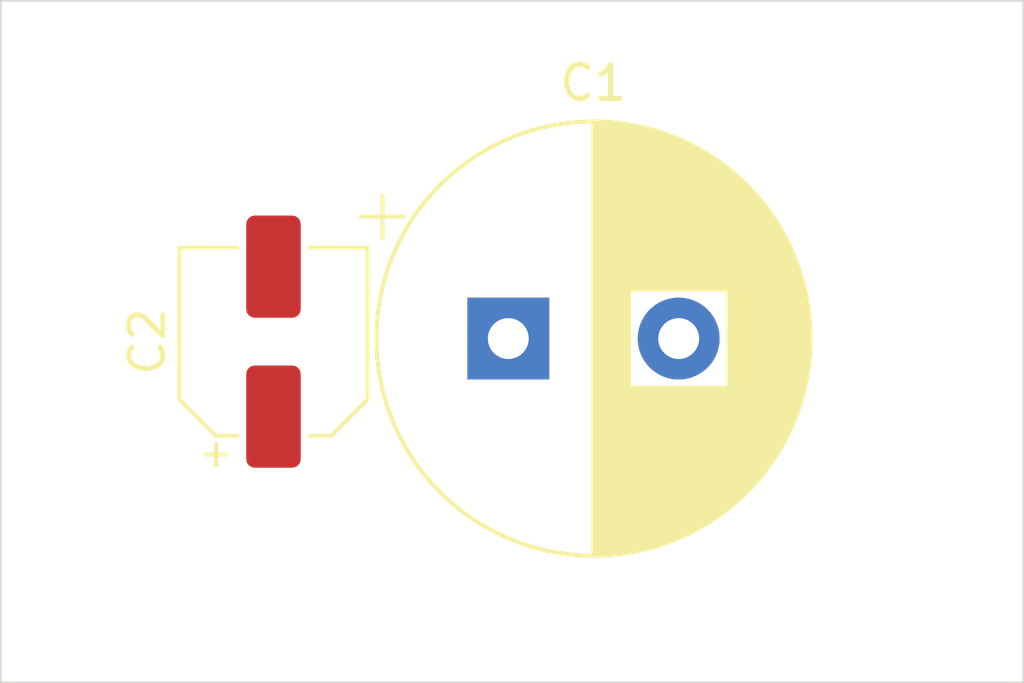
<source format=kicad_pcb>
(kicad_pcb (version 20221018) (generator pcbnew)
  (layers (0 "F.Cu" signal) (31 "B.Cu" signal) (34 "B.Paste" user) (35 "F.Paste" user) (36 "B.SilkS" user "B.Silkscreen") (37 "F.SilkS" user "F.Silkscreen") (38 "B.Mask" user) (39 "F.Mask" user) (44 "Edge.Cuts" user))
  (net 0 "")
  (footprint "Capacitor_SMD:CP_Elec_5x5.7" (layer "F.Cu") (at 108 80 90)
    (fp_text reference "C2" (at 0 -3.7 90) (layer "F.SilkS"))
    (fp_text value "CP_Elec_5x5.7")
    (fp_line (start -3.625 -1.685) (end -3 -1.685) (stroke (width 0.12)) (layer "F.SilkS"))
    (fp_line (start -3.3125 -1.9975) (end -3.3125 -1.3725) (stroke (width 0.12)) (layer "F.SilkS"))
    (fp_line (start -2.76 -1.695563) (end -2.76 -1.06) (stroke (width 0.12)) (layer "F.SilkS"))
    (fp_line (start -2.76 -1.695563) (end -1.695563 -2.76) (stroke (width 0.12)) (layer "F.SilkS"))
    (fp_line (start -2.76 1.695563) (end -2.76 1.06) (stroke (width 0.12)) (layer "F.SilkS"))
    (fp_line (start -2.76 1.695563) (end -1.695563 2.76) (stroke (width 0.12)) (layer "F.SilkS"))
    (fp_line (start -1.695563 -2.76) (end 2.76 -2.76) (stroke (width 0.12)) (layer "F.SilkS"))
    (fp_line (start -1.695563 2.76) (end 2.76 2.76) (stroke (width 0.12)) (layer "F.SilkS"))
    (fp_line (start 2.76 -2.76) (end 2.76 -1.06) (stroke (width 0.12)) (layer "F.SilkS"))
    (fp_line (start 2.76 2.76) (end 2.76 1.06) (stroke (width 0.12)) (layer "F.SilkS"))
    (pad "1" smd roundrect (at -2.2 0 90) (size 3 1.6) (layers "F.Cu" "F.Paste" "F.Mask") (roundrect_rratio 0.15625))
    (pad "2" smd roundrect (at 2.2 0 90) (size 3 1.6) (layers "F.Cu" "F.Paste" "F.Mask") (roundrect_rratio 0.15625))
  )
  (footprint "Capacitor_THT:CP_Radial_D12.5mm_P5.00mm" (layer "F.Cu") (at 114.89 79.91)
    (fp_text reference "C1" (at 2.5 -7.5) (layer "F.SilkS"))
    (fp_text value "CP_Radial_D12.5mm_P5.00mm")
    (fp_line (start -4.317082 -3.575) (end -3.067082 -3.575) (stroke (width 0.12)) (layer "F.SilkS"))
    (fp_line (start -3.692082 -4.2) (end -3.692082 -2.95) (stroke (width 0.12)) (layer "F.SilkS"))
    (fp_line (start 2.5 -6.33) (end 2.5 6.33) (stroke (width 0.12)) (layer "F.SilkS"))
    (fp_line (start 2.54 -6.33) (end 2.54 6.33) (stroke (width 0.12)) (layer "F.SilkS"))
    (fp_line (start 2.58 -6.33) (end 2.58 6.33) (stroke (width 0.12)) (layer "F.SilkS"))
    (fp_line (start 2.62 -6.329) (end 2.62 6.329) (stroke (width 0.12)) (layer "F.SilkS"))
    (fp_line (start 2.66 -6.328) (end 2.66 6.328) (stroke (width 0.12)) (layer "F.SilkS"))
    (fp_line (start 2.7 -6.327) (end 2.7 6.327) (stroke (width 0.12)) (layer "F.SilkS"))
    (fp_line (start 2.74 -6.326) (end 2.74 6.326) (stroke (width 0.12)) (layer "F.SilkS"))
    (fp_line (start 2.78 -6.324) (end 2.78 6.324) (stroke (width 0.12)) (layer "F.SilkS"))
    (fp_line (start 2.82 -6.322) (end 2.82 6.322) (stroke (width 0.12)) (layer "F.SilkS"))
    (fp_line (start 2.86 -6.32) (end 2.86 6.32) (stroke (width 0.12)) (layer "F.SilkS"))
    (fp_line (start 2.9 -6.318) (end 2.9 6.318) (stroke (width 0.12)) (layer "F.SilkS"))
    (fp_line (start 2.94 -6.315) (end 2.94 6.315) (stroke (width 0.12)) (layer "F.SilkS"))
    (fp_line (start 2.98 -6.312) (end 2.98 6.312) (stroke (width 0.12)) (layer "F.SilkS"))
    (fp_line (start 3.02 -6.309) (end 3.02 6.309) (stroke (width 0.12)) (layer "F.SilkS"))
    (fp_line (start 3.06 -6.306) (end 3.06 6.306) (stroke (width 0.12)) (layer "F.SilkS"))
    (fp_line (start 3.1 -6.302) (end 3.1 6.302) (stroke (width 0.12)) (layer "F.SilkS"))
    (fp_line (start 3.14 -6.298) (end 3.14 6.298) (stroke (width 0.12)) (layer "F.SilkS"))
    (fp_line (start 3.18 -6.294) (end 3.18 6.294) (stroke (width 0.12)) (layer "F.SilkS"))
    (fp_line (start 3.221 -6.29) (end 3.221 6.29) (stroke (width 0.12)) (layer "F.SilkS"))
    (fp_line (start 3.261 -6.285) (end 3.261 6.285) (stroke (width 0.12)) (layer "F.SilkS"))
    (fp_line (start 3.301 -6.28) (end 3.301 6.28) (stroke (width 0.12)) (layer "F.SilkS"))
    (fp_line (start 3.341 -6.275) (end 3.341 6.275) (stroke (width 0.12)) (layer "F.SilkS"))
    (fp_line (start 3.381 -6.269) (end 3.381 6.269) (stroke (width 0.12)) (layer "F.SilkS"))
    (fp_line (start 3.421 -6.264) (end 3.421 6.264) (stroke (width 0.12)) (layer "F.SilkS"))
    (fp_line (start 3.461 -6.258) (end 3.461 6.258) (stroke (width 0.12)) (layer "F.SilkS"))
    (fp_line (start 3.501 -6.252) (end 3.501 6.252) (stroke (width 0.12)) (layer "F.SilkS"))
    (fp_line (start 3.541 -6.245) (end 3.541 6.245) (stroke (width 0.12)) (layer "F.SilkS"))
    (fp_line (start 3.581 -6.238) (end 3.581 -1.44) (stroke (width 0.12)) (layer "F.SilkS"))
    (fp_line (start 3.581 1.44) (end 3.581 6.238) (stroke (width 0.12)) (layer "F.SilkS"))
    (fp_line (start 3.621 -6.231) (end 3.621 -1.44) (stroke (width 0.12)) (layer "F.SilkS"))
    (fp_line (start 3.621 1.44) (end 3.621 6.231) (stroke (width 0.12)) (layer "F.SilkS"))
    (fp_line (start 3.661 -6.224) (end 3.661 -1.44) (stroke (width 0.12)) (layer "F.SilkS"))
    (fp_line (start 3.661 1.44) (end 3.661 6.224) (stroke (width 0.12)) (layer "F.SilkS"))
    (fp_line (start 3.701 -6.216) (end 3.701 -1.44) (stroke (width 0.12)) (layer "F.SilkS"))
    (fp_line (start 3.701 1.44) (end 3.701 6.216) (stroke (width 0.12)) (layer "F.SilkS"))
    (fp_line (start 3.741 -6.209) (end 3.741 -1.44) (stroke (width 0.12)) (layer "F.SilkS"))
    (fp_line (start 3.741 1.44) (end 3.741 6.209) (stroke (width 0.12)) (layer "F.SilkS"))
    (fp_line (start 3.781 -6.201) (end 3.781 -1.44) (stroke (width 0.12)) (layer "F.SilkS"))
    (fp_line (start 3.781 1.44) (end 3.781 6.201) (stroke (width 0.12)) (layer "F.SilkS"))
    (fp_line (start 3.821 -6.192) (end 3.821 -1.44) (stroke (width 0.12)) (layer "F.SilkS"))
    (fp_line (start 3.821 1.44) (end 3.821 6.192) (stroke (width 0.12)) (layer "F.SilkS"))
    (fp_line (start 3.861 -6.184) (end 3.861 -1.44) (stroke (width 0.12)) (layer "F.SilkS"))
    (fp_line (start 3.861 1.44) (end 3.861 6.184) (stroke (width 0.12)) (layer "F.SilkS"))
    (fp_line (start 3.901 -6.175) (end 3.901 -1.44) (stroke (width 0.12)) (layer "F.SilkS"))
    (fp_line (start 3.901 1.44) (end 3.901 6.175) (stroke (width 0.12)) (layer "F.SilkS"))
    (fp_line (start 3.941 -6.166) (end 3.941 -1.44) (stroke (width 0.12)) (layer "F.SilkS"))
    (fp_line (start 3.941 1.44) (end 3.941 6.166) (stroke (width 0.12)) (layer "F.SilkS"))
    (fp_line (start 3.981 -6.156) (end 3.981 -1.44) (stroke (width 0.12)) (layer "F.SilkS"))
    (fp_line (start 3.981 1.44) (end 3.981 6.156) (stroke (width 0.12)) (layer "F.SilkS"))
    (fp_line (start 4.021 -6.146) (end 4.021 -1.44) (stroke (width 0.12)) (layer "F.SilkS"))
    (fp_line (start 4.021 1.44) (end 4.021 6.146) (stroke (width 0.12)) (layer "F.SilkS"))
    (fp_line (start 4.061 -6.137) (end 4.061 -1.44) (stroke (width 0.12)) (layer "F.SilkS"))
    (fp_line (start 4.061 1.44) (end 4.061 6.137) (stroke (width 0.12)) (layer "F.SilkS"))
    (fp_line (start 4.101 -6.126) (end 4.101 -1.44) (stroke (width 0.12)) (layer "F.SilkS"))
    (fp_line (start 4.101 1.44) (end 4.101 6.126) (stroke (width 0.12)) (layer "F.SilkS"))
    (fp_line (start 4.141 -6.116) (end 4.141 -1.44) (stroke (width 0.12)) (layer "F.SilkS"))
    (fp_line (start 4.141 1.44) (end 4.141 6.116) (stroke (width 0.12)) (layer "F.SilkS"))
    (fp_line (start 4.181 -6.105) (end 4.181 -1.44) (stroke (width 0.12)) (layer "F.SilkS"))
    (fp_line (start 4.181 1.44) (end 4.181 6.105) (stroke (width 0.12)) (layer "F.SilkS"))
    (fp_line (start 4.221 -6.094) (end 4.221 -1.44) (stroke (width 0.12)) (layer "F.SilkS"))
    (fp_line (start 4.221 1.44) (end 4.221 6.094) (stroke (width 0.12)) (layer "F.SilkS"))
    (fp_line (start 4.261 -6.083) (end 4.261 -1.44) (stroke (width 0.12)) (layer "F.SilkS"))
    (fp_line (start 4.261 1.44) (end 4.261 6.083) (stroke (width 0.12)) (layer "F.SilkS"))
    (fp_line (start 4.301 -6.071) (end 4.301 -1.44) (stroke (width 0.12)) (layer "F.SilkS"))
    (fp_line (start 4.301 1.44) (end 4.301 6.071) (stroke (width 0.12)) (layer "F.SilkS"))
    (fp_line (start 4.341 -6.059) (end 4.341 -1.44) (stroke (width 0.12)) (layer "F.SilkS"))
    (fp_line (start 4.341 1.44) (end 4.341 6.059) (stroke (width 0.12)) (layer "F.SilkS"))
    (fp_line (start 4.381 -6.047) (end 4.381 -1.44) (stroke (width 0.12)) (layer "F.SilkS"))
    (fp_line (start 4.381 1.44) (end 4.381 6.047) (stroke (width 0.12)) (layer "F.SilkS"))
    (fp_line (start 4.421 -6.034) (end 4.421 -1.44) (stroke (width 0.12)) (layer "F.SilkS"))
    (fp_line (start 4.421 1.44) (end 4.421 6.034) (stroke (width 0.12)) (layer "F.SilkS"))
    (fp_line (start 4.461 -6.021) (end 4.461 -1.44) (stroke (width 0.12)) (layer "F.SilkS"))
    (fp_line (start 4.461 1.44) (end 4.461 6.021) (stroke (width 0.12)) (layer "F.SilkS"))
    (fp_line (start 4.501 -6.008) (end 4.501 -1.44) (stroke (width 0.12)) (layer "F.SilkS"))
    (fp_line (start 4.501 1.44) (end 4.501 6.008) (stroke (width 0.12)) (layer "F.SilkS"))
    (fp_line (start 4.541 -5.995) (end 4.541 -1.44) (stroke (width 0.12)) (layer "F.SilkS"))
    (fp_line (start 4.541 1.44) (end 4.541 5.995) (stroke (width 0.12)) (layer "F.SilkS"))
    (fp_line (start 4.581 -5.981) (end 4.581 -1.44) (stroke (width 0.12)) (layer "F.SilkS"))
    (fp_line (start 4.581 1.44) (end 4.581 5.981) (stroke (width 0.12)) (layer "F.SilkS"))
    (fp_line (start 4.621 -5.967) (end 4.621 -1.44) (stroke (width 0.12)) (layer "F.SilkS"))
    (fp_line (start 4.621 1.44) (end 4.621 5.967) (stroke (width 0.12)) (layer "F.SilkS"))
    (fp_line (start 4.661 -5.953) (end 4.661 -1.44) (stroke (width 0.12)) (layer "F.SilkS"))
    (fp_line (start 4.661 1.44) (end 4.661 5.953) (stroke (width 0.12)) (layer "F.SilkS"))
    (fp_line (start 4.701 -5.939) (end 4.701 -1.44) (stroke (width 0.12)) (layer "F.SilkS"))
    (fp_line (start 4.701 1.44) (end 4.701 5.939) (stroke (width 0.12)) (layer "F.SilkS"))
    (fp_line (start 4.741 -5.924) (end 4.741 -1.44) (stroke (width 0.12)) (layer "F.SilkS"))
    (fp_line (start 4.741 1.44) (end 4.741 5.924) (stroke (width 0.12)) (layer "F.SilkS"))
    (fp_line (start 4.781 -5.908) (end 4.781 -1.44) (stroke (width 0.12)) (layer "F.SilkS"))
    (fp_line (start 4.781 1.44) (end 4.781 5.908) (stroke (width 0.12)) (layer "F.SilkS"))
    (fp_line (start 4.821 -5.893) (end 4.821 -1.44) (stroke (width 0.12)) (layer "F.SilkS"))
    (fp_line (start 4.821 1.44) (end 4.821 5.893) (stroke (width 0.12)) (layer "F.SilkS"))
    (fp_line (start 4.861 -5.877) (end 4.861 -1.44) (stroke (width 0.12)) (layer "F.SilkS"))
    (fp_line (start 4.861 1.44) (end 4.861 5.877) (stroke (width 0.12)) (layer "F.SilkS"))
    (fp_line (start 4.901 -5.861) (end 4.901 -1.44) (stroke (width 0.12)) (layer "F.SilkS"))
    (fp_line (start 4.901 1.44) (end 4.901 5.861) (stroke (width 0.12)) (layer "F.SilkS"))
    (fp_line (start 4.941 -5.845) (end 4.941 -1.44) (stroke (width 0.12)) (layer "F.SilkS"))
    (fp_line (start 4.941 1.44) (end 4.941 5.845) (stroke (width 0.12)) (layer "F.SilkS"))
    (fp_line (start 4.981 -5.828) (end 4.981 -1.44) (stroke (width 0.12)) (layer "F.SilkS"))
    (fp_line (start 4.981 1.44) (end 4.981 5.828) (stroke (width 0.12)) (layer "F.SilkS"))
    (fp_line (start 5.021 -5.811) (end 5.021 -1.44) (stroke (width 0.12)) (layer "F.SilkS"))
    (fp_line (start 5.021 1.44) (end 5.021 5.811) (stroke (width 0.12)) (layer "F.SilkS"))
    (fp_line (start 5.061 -5.793) (end 5.061 -1.44) (stroke (width 0.12)) (layer "F.SilkS"))
    (fp_line (start 5.061 1.44) (end 5.061 5.793) (stroke (width 0.12)) (layer "F.SilkS"))
    (fp_line (start 5.101 -5.776) (end 5.101 -1.44) (stroke (width 0.12)) (layer "F.SilkS"))
    (fp_line (start 5.101 1.44) (end 5.101 5.776) (stroke (width 0.12)) (layer "F.SilkS"))
    (fp_line (start 5.141 -5.758) (end 5.141 -1.44) (stroke (width 0.12)) (layer "F.SilkS"))
    (fp_line (start 5.141 1.44) (end 5.141 5.758) (stroke (width 0.12)) (layer "F.SilkS"))
    (fp_line (start 5.181 -5.739) (end 5.181 -1.44) (stroke (width 0.12)) (layer "F.SilkS"))
    (fp_line (start 5.181 1.44) (end 5.181 5.739) (stroke (width 0.12)) (layer "F.SilkS"))
    (fp_line (start 5.221 -5.721) (end 5.221 -1.44) (stroke (width 0.12)) (layer "F.SilkS"))
    (fp_line (start 5.221 1.44) (end 5.221 5.721) (stroke (width 0.12)) (layer "F.SilkS"))
    (fp_line (start 5.261 -5.702) (end 5.261 -1.44) (stroke (width 0.12)) (layer "F.SilkS"))
    (fp_line (start 5.261 1.44) (end 5.261 5.702) (stroke (width 0.12)) (layer "F.SilkS"))
    (fp_line (start 5.301 -5.682) (end 5.301 -1.44) (stroke (width 0.12)) (layer "F.SilkS"))
    (fp_line (start 5.301 1.44) (end 5.301 5.682) (stroke (width 0.12)) (layer "F.SilkS"))
    (fp_line (start 5.341 -5.662) (end 5.341 -1.44) (stroke (width 0.12)) (layer "F.SilkS"))
    (fp_line (start 5.341 1.44) (end 5.341 5.662) (stroke (width 0.12)) (layer "F.SilkS"))
    (fp_line (start 5.381 -5.642) (end 5.381 -1.44) (stroke (width 0.12)) (layer "F.SilkS"))
    (fp_line (start 5.381 1.44) (end 5.381 5.642) (stroke (width 0.12)) (layer "F.SilkS"))
    (fp_line (start 5.421 -5.622) (end 5.421 -1.44) (stroke (width 0.12)) (layer "F.SilkS"))
    (fp_line (start 5.421 1.44) (end 5.421 5.622) (stroke (width 0.12)) (layer "F.SilkS"))
    (fp_line (start 5.461 -5.601) (end 5.461 -1.44) (stroke (width 0.12)) (layer "F.SilkS"))
    (fp_line (start 5.461 1.44) (end 5.461 5.601) (stroke (width 0.12)) (layer "F.SilkS"))
    (fp_line (start 5.501 -5.58) (end 5.501 -1.44) (stroke (width 0.12)) (layer "F.SilkS"))
    (fp_line (start 5.501 1.44) (end 5.501 5.58) (stroke (width 0.12)) (layer "F.SilkS"))
    (fp_line (start 5.541 -5.558) (end 5.541 -1.44) (stroke (width 0.12)) (layer "F.SilkS"))
    (fp_line (start 5.541 1.44) (end 5.541 5.558) (stroke (width 0.12)) (layer "F.SilkS"))
    (fp_line (start 5.581 -5.536) (end 5.581 -1.44) (stroke (width 0.12)) (layer "F.SilkS"))
    (fp_line (start 5.581 1.44) (end 5.581 5.536) (stroke (width 0.12)) (layer "F.SilkS"))
    (fp_line (start 5.621 -5.514) (end 5.621 -1.44) (stroke (width 0.12)) (layer "F.SilkS"))
    (fp_line (start 5.621 1.44) (end 5.621 5.514) (stroke (width 0.12)) (layer "F.SilkS"))
    (fp_line (start 5.661 -5.491) (end 5.661 -1.44) (stroke (width 0.12)) (layer "F.SilkS"))
    (fp_line (start 5.661 1.44) (end 5.661 5.491) (stroke (width 0.12)) (layer "F.SilkS"))
    (fp_line (start 5.701 -5.468) (end 5.701 -1.44) (stroke (width 0.12)) (layer "F.SilkS"))
    (fp_line (start 5.701 1.44) (end 5.701 5.468) (stroke (width 0.12)) (layer "F.SilkS"))
    (fp_line (start 5.741 -5.445) (end 5.741 -1.44) (stroke (width 0.12)) (layer "F.SilkS"))
    (fp_line (start 5.741 1.44) (end 5.741 5.445) (stroke (width 0.12)) (layer "F.SilkS"))
    (fp_line (start 5.781 -5.421) (end 5.781 -1.44) (stroke (width 0.12)) (layer "F.SilkS"))
    (fp_line (start 5.781 1.44) (end 5.781 5.421) (stroke (width 0.12)) (layer "F.SilkS"))
    (fp_line (start 5.821 -5.397) (end 5.821 -1.44) (stroke (width 0.12)) (layer "F.SilkS"))
    (fp_line (start 5.821 1.44) (end 5.821 5.397) (stroke (width 0.12)) (layer "F.SilkS"))
    (fp_line (start 5.861 -5.372) (end 5.861 -1.44) (stroke (width 0.12)) (layer "F.SilkS"))
    (fp_line (start 5.861 1.44) (end 5.861 5.372) (stroke (width 0.12)) (layer "F.SilkS"))
    (fp_line (start 5.901 -5.347) (end 5.901 -1.44) (stroke (width 0.12)) (layer "F.SilkS"))
    (fp_line (start 5.901 1.44) (end 5.901 5.347) (stroke (width 0.12)) (layer "F.SilkS"))
    (fp_line (start 5.941 -5.322) (end 5.941 -1.44) (stroke (width 0.12)) (layer "F.SilkS"))
    (fp_line (start 5.941 1.44) (end 5.941 5.322) (stroke (width 0.12)) (layer "F.SilkS"))
    (fp_line (start 5.981 -5.296) (end 5.981 -1.44) (stroke (width 0.12)) (layer "F.SilkS"))
    (fp_line (start 5.981 1.44) (end 5.981 5.296) (stroke (width 0.12)) (layer "F.SilkS"))
    (fp_line (start 6.021 -5.27) (end 6.021 -1.44) (stroke (width 0.12)) (layer "F.SilkS"))
    (fp_line (start 6.021 1.44) (end 6.021 5.27) (stroke (width 0.12)) (layer "F.SilkS"))
    (fp_line (start 6.061 -5.243) (end 6.061 -1.44) (stroke (width 0.12)) (layer "F.SilkS"))
    (fp_line (start 6.061 1.44) (end 6.061 5.243) (stroke (width 0.12)) (layer "F.SilkS"))
    (fp_line (start 6.101 -5.216) (end 6.101 -1.44) (stroke (width 0.12)) (layer "F.SilkS"))
    (fp_line (start 6.101 1.44) (end 6.101 5.216) (stroke (width 0.12)) (layer "F.SilkS"))
    (fp_line (start 6.141 -5.188) (end 6.141 -1.44) (stroke (width 0.12)) (layer "F.SilkS"))
    (fp_line (start 6.141 1.44) (end 6.141 5.188) (stroke (width 0.12)) (layer "F.SilkS"))
    (fp_line (start 6.181 -5.16) (end 6.181 -1.44) (stroke (width 0.12)) (layer "F.SilkS"))
    (fp_line (start 6.181 1.44) (end 6.181 5.16) (stroke (width 0.12)) (layer "F.SilkS"))
    (fp_line (start 6.221 -5.131) (end 6.221 -1.44) (stroke (width 0.12)) (layer "F.SilkS"))
    (fp_line (start 6.221 1.44) (end 6.221 5.131) (stroke (width 0.12)) (layer "F.SilkS"))
    (fp_line (start 6.261 -5.102) (end 6.261 -1.44) (stroke (width 0.12)) (layer "F.SilkS"))
    (fp_line (start 6.261 1.44) (end 6.261 5.102) (stroke (width 0.12)) (layer "F.SilkS"))
    (fp_line (start 6.301 -5.073) (end 6.301 -1.44) (stroke (width 0.12)) (layer "F.SilkS"))
    (fp_line (start 6.301 1.44) (end 6.301 5.073) (stroke (width 0.12)) (layer "F.SilkS"))
    (fp_line (start 6.341 -5.043) (end 6.341 -1.44) (stroke (width 0.12)) (layer "F.SilkS"))
    (fp_line (start 6.341 1.44) (end 6.341 5.043) (stroke (width 0.12)) (layer "F.SilkS"))
    (fp_line (start 6.381 -5.012) (end 6.381 -1.44) (stroke (width 0.12)) (layer "F.SilkS"))
    (fp_line (start 6.381 1.44) (end 6.381 5.012) (stroke (width 0.12)) (layer "F.SilkS"))
    (fp_line (start 6.421 -4.982) (end 6.421 -1.44) (stroke (width 0.12)) (layer "F.SilkS"))
    (fp_line (start 6.421 1.44) (end 6.421 4.982) (stroke (width 0.12)) (layer "F.SilkS"))
    (fp_line (start 6.461 -4.95) (end 6.461 4.95) (stroke (width 0.12)) (layer "F.SilkS"))
    (fp_line (start 6.501 -4.918) (end 6.501 4.918) (stroke (width 0.12)) (layer "F.SilkS"))
    (fp_line (start 6.541 -4.885) (end 6.541 4.885) (stroke (width 0.12)) (layer "F.SilkS"))
    (fp_line (start 6.581 -4.852) (end 6.581 4.852) (stroke (width 0.12)) (layer "F.SilkS"))
    (fp_line (start 6.621 -4.819) (end 6.621 4.819) (stroke (width 0.12)) (layer "F.SilkS"))
    (fp_line (start 6.661 -4.785) (end 6.661 4.785) (stroke (width 0.12)) (layer "F.SilkS"))
    (fp_line (start 6.701 -4.75) (end 6.701 4.75) (stroke (width 0.12)) (layer "F.SilkS"))
    (fp_line (start 6.741 -4.714) (end 6.741 4.714) (stroke (width 0.12)) (layer "F.SilkS"))
    (fp_line (start 6.781 -4.678) (end 6.781 4.678) (stroke (width 0.12)) (layer "F.SilkS"))
    (fp_line (start 6.821 -4.642) (end 6.821 4.642) (stroke (width 0.12)) (layer "F.SilkS"))
    (fp_line (start 6.861 -4.605) (end 6.861 4.605) (stroke (width 0.12)) (layer "F.SilkS"))
    (fp_line (start 6.901 -4.567) (end 6.901 4.567) (stroke (width 0.12)) (layer "F.SilkS"))
    (fp_line (start 6.941 -4.528) (end 6.941 4.528) (stroke (width 0.12)) (layer "F.SilkS"))
    (fp_line (start 6.981 -4.489) (end 6.981 4.489) (stroke (width 0.12)) (layer "F.SilkS"))
    (fp_line (start 7.021 -4.449) (end 7.021 4.449) (stroke (width 0.12)) (layer "F.SilkS"))
    (fp_line (start 7.061 -4.408) (end 7.061 4.408) (stroke (width 0.12)) (layer "F.SilkS"))
    (fp_line (start 7.101 -4.367) (end 7.101 4.367) (stroke (width 0.12)) (layer "F.SilkS"))
    (fp_line (start 7.141 -4.325) (end 7.141 4.325) (stroke (width 0.12)) (layer "F.SilkS"))
    (fp_line (start 7.181 -4.282) (end 7.181 4.282) (stroke (width 0.12)) (layer "F.SilkS"))
    (fp_line (start 7.221 -4.238) (end 7.221 4.238) (stroke (width 0.12)) (layer "F.SilkS"))
    (fp_line (start 7.261 -4.194) (end 7.261 4.194) (stroke (width 0.12)) (layer "F.SilkS"))
    (fp_line (start 7.301 -4.148) (end 7.301 4.148) (stroke (width 0.12)) (layer "F.SilkS"))
    (fp_line (start 7.341 -4.102) (end 7.341 4.102) (stroke (width 0.12)) (layer "F.SilkS"))
    (fp_line (start 7.381 -4.055) (end 7.381 4.055) (stroke (width 0.12)) (layer "F.SilkS"))
    (fp_line (start 7.421 -4.007) (end 7.421 4.007) (stroke (width 0.12)) (layer "F.SilkS"))
    (fp_line (start 7.461 -3.957) (end 7.461 3.957) (stroke (width 0.12)) (layer "F.SilkS"))
    (fp_line (start 7.501 -3.907) (end 7.501 3.907) (stroke (width 0.12)) (layer "F.SilkS"))
    (fp_line (start 7.541 -3.856) (end 7.541 3.856) (stroke (width 0.12)) (layer "F.SilkS"))
    (fp_line (start 7.581 -3.804) (end 7.581 3.804) (stroke (width 0.12)) (layer "F.SilkS"))
    (fp_line (start 7.621 -3.75) (end 7.621 3.75) (stroke (width 0.12)) (layer "F.SilkS"))
    (fp_line (start 7.661 -3.696) (end 7.661 3.696) (stroke (width 0.12)) (layer "F.SilkS"))
    (fp_line (start 7.701 -3.64) (end 7.701 3.64) (stroke (width 0.12)) (layer "F.SilkS"))
    (fp_line (start 7.741 -3.583) (end 7.741 3.583) (stroke (width 0.12)) (layer "F.SilkS"))
    (fp_line (start 7.781 -3.524) (end 7.781 3.524) (stroke (width 0.12)) (layer "F.SilkS"))
    (fp_line (start 7.821 -3.464) (end 7.821 3.464) (stroke (width 0.12)) (layer "F.SilkS"))
    (fp_line (start 7.861 -3.402) (end 7.861 3.402) (stroke (width 0.12)) (layer "F.SilkS"))
    (fp_line (start 7.901 -3.339) (end 7.901 3.339) (stroke (width 0.12)) (layer "F.SilkS"))
    (fp_line (start 7.941 -3.275) (end 7.941 3.275) (stroke (width 0.12)) (layer "F.SilkS"))
    (fp_line (start 7.981 -3.208) (end 7.981 3.208) (stroke (width 0.12)) (layer "F.SilkS"))
    (fp_line (start 8.021 -3.14) (end 8.021 3.14) (stroke (width 0.12)) (layer "F.SilkS"))
    (fp_line (start 8.061 -3.069) (end 8.061 3.069) (stroke (width 0.12)) (layer "F.SilkS"))
    (fp_line (start 8.101 -2.996) (end 8.101 2.996) (stroke (width 0.12)) (layer "F.SilkS"))
    (fp_line (start 8.141 -2.921) (end 8.141 2.921) (stroke (width 0.12)) (layer "F.SilkS"))
    (fp_line (start 8.181 -2.844) (end 8.181 2.844) (stroke (width 0.12)) (layer "F.SilkS"))
    (fp_line (start 8.221 -2.764) (end 8.221 2.764) (stroke (width 0.12)) (layer "F.SilkS"))
    (fp_line (start 8.261 -2.681) (end 8.261 2.681) (stroke (width 0.12)) (layer "F.SilkS"))
    (fp_line (start 8.301 -2.594) (end 8.301 2.594) (stroke (width 0.12)) (layer "F.SilkS"))
    (fp_line (start 8.341 -2.504) (end 8.341 2.504) (stroke (width 0.12)) (layer "F.SilkS"))
    (fp_line (start 8.381 -2.41) (end 8.381 2.41) (stroke (width 0.12)) (layer "F.SilkS"))
    (fp_line (start 8.421 -2.312) (end 8.421 2.312) (stroke (width 0.12)) (layer "F.SilkS"))
    (fp_line (start 8.461 -2.209) (end 8.461 2.209) (stroke (width 0.12)) (layer "F.SilkS"))
    (fp_line (start 8.501 -2.1) (end 8.501 2.1) (stroke (width 0.12)) (layer "F.SilkS"))
    (fp_line (start 8.541 -1.984) (end 8.541 1.984) (stroke (width 0.12)) (layer "F.SilkS"))
    (fp_line (start 8.581 -1.861) (end 8.581 1.861) (stroke (width 0.12)) (layer "F.SilkS"))
    (fp_line (start 8.621 -1.728) (end 8.621 1.728) (stroke (width 0.12)) (layer "F.SilkS"))
    (fp_line (start 8.661 -1.583) (end 8.661 1.583) (stroke (width 0.12)) (layer "F.SilkS"))
    (fp_line (start 8.701 -1.422) (end 8.701 1.422) (stroke (width 0.12)) (layer "F.SilkS"))
    (fp_line (start 8.741 -1.241) (end 8.741 1.241) (stroke (width 0.12)) (layer "F.SilkS"))
    (fp_line (start 8.781 -1.028) (end 8.781 1.028) (stroke (width 0.12)) (layer "F.SilkS"))
    (fp_line (start 8.821 -0.757) (end 8.821 0.757) (stroke (width 0.12)) (layer "F.SilkS"))
    (fp_line (start 8.861 -0.317) (end 8.861 0.317) (stroke (width 0.12)) (layer "F.SilkS"))
    (fp_circle (center 2.5 0) (end 8.87 0) (stroke (width 0.12)) (fill none) (layer "F.SilkS"))
    (pad "1" thru_hole rect (at 0 0) (size 2.4 2.4) (drill 1.2) (layers "*.Cu" "*.Mask"))
    (pad "2" thru_hole circle (at 5 0) (size 2.4 2.4) (drill 1.2) (layers "*.Cu" "*.Mask"))
  )
  (gr_line (start 100 90) (end 100 70) (stroke (width 0.05)) (layer "Edge.Cuts"))
  (gr_line (start 100 70) (end 130 70) (stroke (width 0.05)) (layer "Edge.Cuts"))
  (gr_line (start 130 70) (end 130 90) (stroke (width 0.05)) (layer "Edge.Cuts"))
  (gr_line (start 130 90) (end 100 90) (stroke (width 0.05)) (layer "Edge.Cuts"))
)
</source>
